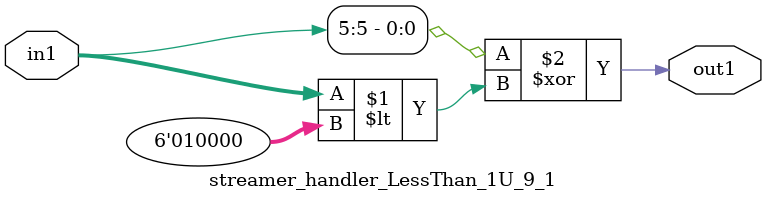
<source format=v>

`timescale 1ps / 1ps


module streamer_handler_LessThan_1U_9_1( in1, out1 );

    input [5:0] in1;
    output out1;

    
    // rtl_process:qkv_macro_handler_hub_LessThan_1U_11_1/qkv_macro_handler_hub_LessThan_1U_11_1_thread_1
    assign out1 = (in1[5] ^ in1 < 6'd16);

endmodule





</source>
